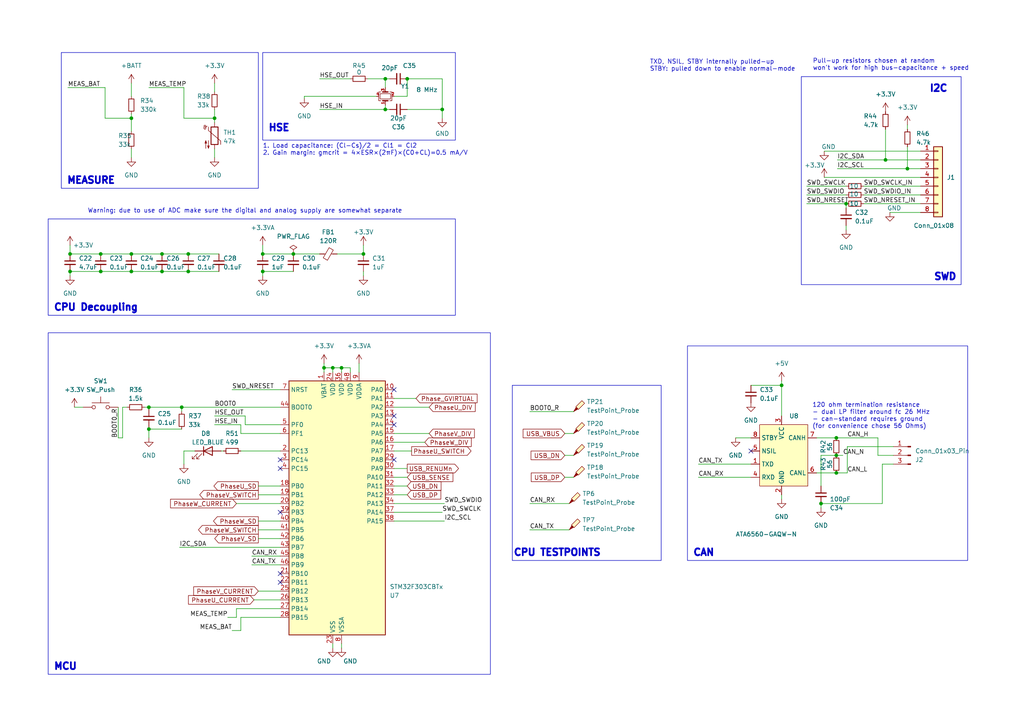
<source format=kicad_sch>
(kicad_sch (version 20231120) (generator "eeschema") (generator_version "8.0")
  (paper "A4")
  (title_block (title "BLDC Driver Project") (rev "1.0") (company "IW"))
  (lib_symbols
    (symbol "Connector:Conn_01x03_Pin" (pin_names (offset 1.016) hide)
      (property "Reference" "J" (at 0 5.08 0))
      (property "Value" "Conn_01x03_Pin" (at 0 -5.08 0))
      (symbol "Conn_01x03_Pin_1_1"
        (pin passive line (at 5.08 2.54 180) (length 3.81) (name "Pin_1") (number "1"))
        (pin passive line (at 5.08 0 180) (length 3.81) (name "Pin_2") (number "2"))
        (pin passive line (at 5.08 -2.54 180) (length 3.81) (name "Pin_3") (number "3"))
      )
    )
    (symbol "Connector:TestPoint_Probe" (pin_numbers hide) (pin_names (offset 0.762) hide)
      (property "Reference" "TP" (at 1.651 5.842 0))
      (property "Value" "TestPoint_Probe" (at 1.651 4.064 0))
      (symbol "TestPoint_Probe_1_1"
        (pin passive line (at 0 0 90) (length 0) (name "1") (number "1"))
      )
    )
    (symbol "Connector_Generic:Conn_01x08" (pin_names (offset 1.016) hide)
      (property "Reference" "J" (at 0 10.16 0))
      (property "Value" "Conn_01x08" (at 0 -12.7 0))
      (symbol "Conn_01x08_1_1"
        (pin passive line (at -5.08 7.62 0) (length 3.81) (name "Pin_1") (number "1"))
        (pin passive line (at -5.08 5.08 0) (length 3.81) (name "Pin_2") (number "2"))
        (pin passive line (at -5.08 2.54 0) (length 3.81) (name "Pin_3") (number "3"))
        (pin passive line (at -5.08 0 0) (length 3.81) (name "Pin_4") (number "4"))
        (pin passive line (at -5.08 -2.54 0) (length 3.81) (name "Pin_5") (number "5"))
        (pin passive line (at -5.08 -5.08 0) (length 3.81) (name "Pin_6") (number "6"))
        (pin passive line (at -5.08 -7.62 0) (length 3.81) (name "Pin_7") (number "7"))
        (pin passive line (at -5.08 -10.16 0) (length 3.81) (name "Pin_8") (number "8"))
      )
    )
    (symbol "Device:C_Small" (pin_numbers hide) (pin_names (offset 0.254) hide)
      (property "Reference" "C" (at 0.254 1.778 0))
      (property "Value" "C_Small" (at 0.254 -2.032 0))
      (symbol "C_Small_1_1"
        (pin passive line (at 0 2.54 270) (length 2.032) (name "~") (number "1"))
        (pin passive line (at 0 -2.54 90) (length 2.032) (name "~") (number "2"))
      )
    )
    (symbol "Device:Crystal_GND24_Small" (pin_names (offset 1.016) hide)
      (property "Reference" "Y" (at 1.27 4.445 0))
      (property "Value" "Crystal_GND24_Small" (at 1.27 2.54 0))
      (symbol "Crystal_GND24_Small_1_1"
        (pin passive line (at -2.54 0 0) (length 1.27) (name "1") (number "1"))
        (pin passive line (at 0 -2.54 90) (length 0.635) (name "2") (number "2"))
        (pin passive line (at 2.54 0 180) (length 1.27) (name "3") (number "3"))
        (pin passive line (at 0 2.54 270) (length 0.635) (name "4") (number "4"))
      )
    )
    (symbol "Device:FerriteBead_Small" (pin_numbers hide) (pin_names (offset 0))
      (property "Reference" "FB" (at 1.905 1.27 0))
      (property "Value" "FerriteBead_Small" (at 1.905 -1.27 0))
      (symbol "FerriteBead_Small_1_1"
        (pin passive line (at 0 2.54 270) (length 1.27) (name "~") (number "1"))
        (pin passive line (at 0 -2.54 90) (length 1.27) (name "~") (number "2"))
      )
    )
    (symbol "Device:LED" (pin_numbers hide) (pin_names (offset 1.016) hide)
      (property "Reference" "D" (at 0 2.54 0))
      (property "Value" "LED" (at 0 -2.54 0))
      (symbol "LED_1_1"
        (pin passive line (at -3.81 0 0) (length 2.54) (name "K") (number "1"))
        (pin passive line (at 3.81 0 180) (length 2.54) (name "A") (number "2"))
      )
    )
    (symbol "Device:R_Small" (pin_numbers hide) (pin_names (offset 0.254) hide)
      (property "Reference" "R" (at 0.762 0.508 0))
      (property "Value" "R_Small" (at 0.762 -1.016 0))
      (symbol "R_Small_1_1"
        (pin passive line (at 0 2.54 270) (length 0.762) (name "~") (number "1"))
        (pin passive line (at 0 -2.54 90) (length 0.762) (name "~") (number "2"))
      )
    )
    (symbol "Device:Thermistor_NTC" (pin_numbers hide) (pin_names (offset 0))
      (property "Reference" "TH" (at -4.445 0 90))
      (property "Value" "Thermistor_NTC" (at 3.175 0 90))
      (symbol "Thermistor_NTC_1_1"
        (pin passive line (at 0 3.81 270) (length 1.27) (name "~") (number "1"))
        (pin passive line (at 0 -3.81 90) (length 1.27) (name "~") (number "2"))
      )
    )
    (symbol "MCU_ST_STM32F3:STM32F303CBTx"
      (property "Reference" "U" (at -12.7 39.37 0))
      (property "Value" "STM32F303CBTx" (at 10.16 39.37 0))
      (symbol "STM32F303CBTx_1_1"
        (pin power_in line (at -2.54 40.64 270) (length 2.54) (name "VBAT") (number "1"))
        (pin bidirectional line (at 17.78 35.56 180) (length 2.54) (name "PA0") (number "10"))
        (pin bidirectional line (at 17.78 33.02 180) (length 2.54) (name "PA1") (number "11"))
        (pin bidirectional line (at 17.78 30.48 180) (length 2.54) (name "PA2") (number "12"))
        (pin bidirectional line (at 17.78 27.94 180) (length 2.54) (name "PA3") (number "13"))
        (pin bidirectional line (at 17.78 25.4 180) (length 2.54) (name "PA4") (number "14"))
        (pin bidirectional line (at 17.78 22.86 180) (length 2.54) (name "PA5") (number "15"))
        (pin bidirectional line (at 17.78 20.32 180) (length 2.54) (name "PA6") (number "16"))
        (pin bidirectional line (at 17.78 17.78 180) (length 2.54) (name "PA7") (number "17"))
        (pin bidirectional line (at -15.24 7.62 0) (length 2.54) (name "PB0") (number "18"))
        (pin bidirectional line (at -15.24 5.08 0) (length 2.54) (name "PB1") (number "19"))
        (pin bidirectional line (at -15.24 17.78 0) (length 2.54) (name "PC13") (number "2"))
        (pin bidirectional line (at -15.24 2.54 0) (length 2.54) (name "PB2") (number "20"))
        (pin bidirectional line (at -15.24 -17.78 0) (length 2.54) (name "PB10") (number "21"))
        (pin bidirectional line (at -15.24 -20.32 0) (length 2.54) (name "PB11") (number "22"))
        (pin power_in line (at 0 -38.1 90) (length 2.54) (name "VSS") (number "23"))
        (pin power_in line (at 0 40.64 270) (length 2.54) (name "VDD") (number "24"))
        (pin bidirectional line (at -15.24 -22.86 0) (length 2.54) (name "PB12") (number "25"))
        (pin bidirectional line (at -15.24 -25.4 0) (length 2.54) (name "PB13") (number "26"))
        (pin bidirectional line (at -15.24 -27.94 0) (length 2.54) (name "PB14") (number "27"))
        (pin bidirectional line (at -15.24 -30.48 0) (length 2.54) (name "PB15") (number "28"))
        (pin bidirectional line (at 17.78 15.24 180) (length 2.54) (name "PA8") (number "29"))
        (pin bidirectional line (at -15.24 15.24 0) (length 2.54) (name "PC14") (number "3"))
        (pin bidirectional line (at 17.78 12.7 180) (length 2.54) (name "PA9") (number "30"))
        (pin bidirectional line (at 17.78 10.16 180) (length 2.54) (name "PA10") (number "31"))
        (pin bidirectional line (at 17.78 7.62 180) (length 2.54) (name "PA11") (number "32"))
        (pin bidirectional line (at 17.78 5.08 180) (length 2.54) (name "PA12") (number "33"))
        (pin bidirectional line (at 17.78 2.54 180) (length 2.54) (name "PA13") (number "34"))
        (pin passive line (at 0 -38.1 90) (length 2.54) hide (name "VSS") (number "35"))
        (pin power_in line (at 2.54 40.64 270) (length 2.54) (name "VDD") (number "36"))
        (pin bidirectional line (at 17.78 0 180) (length 2.54) (name "PA14") (number "37"))
        (pin bidirectional line (at 17.78 -2.54 180) (length 2.54) (name "PA15") (number "38"))
        (pin bidirectional line (at -15.24 0 0) (length 2.54) (name "PB3") (number "39"))
        (pin bidirectional line (at -15.24 12.7 0) (length 2.54) (name "PC15") (number "4"))
        (pin bidirectional line (at -15.24 -2.54 0) (length 2.54) (name "PB4") (number "40"))
        (pin bidirectional line (at -15.24 -5.08 0) (length 2.54) (name "PB5") (number "41"))
        (pin bidirectional line (at -15.24 -7.62 0) (length 2.54) (name "PB6") (number "42"))
        (pin bidirectional line (at -15.24 -10.16 0) (length 2.54) (name "PB7") (number "43"))
        (pin input line (at -15.24 30.48 0) (length 2.54) (name "BOOT0") (number "44"))
        (pin bidirectional line (at -15.24 -12.7 0) (length 2.54) (name "PB8") (number "45"))
        (pin bidirectional line (at -15.24 -15.24 0) (length 2.54) (name "PB9") (number "46"))
        (pin passive line (at 0 -38.1 90) (length 2.54) hide (name "VSS") (number "47"))
        (pin power_in line (at 5.08 40.64 270) (length 2.54) (name "VDD") (number "48"))
        (pin bidirectional line (at -15.24 25.4 0) (length 2.54) (name "PF0") (number "5"))
        (pin bidirectional line (at -15.24 22.86 0) (length 2.54) (name "PF1") (number "6"))
        (pin input line (at -15.24 35.56 0) (length 2.54) (name "NRST") (number "7"))
        (pin power_in line (at 2.54 -38.1 90) (length 2.54) (name "VSSA") (number "8"))
        (pin power_in line (at 7.62 40.64 270) (length 2.54) (name "VDDA") (number "9"))
      )
    )
    (symbol "Switch:SW_Push" (pin_numbers hide) (pin_names (offset 1.016) hide)
      (property "Reference" "SW" (at 1.27 2.54 0))
      (property "Value" "SW_Push" (at 0 -1.524 0))
      (symbol "SW_Push_0_1"
        (pin passive line (at -5.08 0 0) (length 2.54) (name "1") (number "1"))
        (pin passive line (at 5.08 0 180) (length 2.54) (name "2") (number "2"))
      )
    )
    (symbol "bldc:ATA6560"
      (property "Reference" "U" (at -2.54 10.16 0))
      (symbol "ATA6560_1_1"
        (pin input line (at -8.89 -2.54 0) (length 2.54) (name "TXD") (number "1"))
        (pin power_in line (at 0 -11.43 90) (length 2.54) (name "GND") (number "2"))
        (pin power_in line (at 0 11.43 270) (length 2.54) (name "VCC") (number "3"))
        (pin output line (at -8.89 -6.35 0) (length 2.54) (name "RXD") (number "4"))
        (pin input line (at -8.89 1.27 0) (length 2.54) (name "NSIL") (number "5"))
        (pin bidirectional line (at 10.16 -5.08 180) (length 2.54) (name "CANL") (number "6"))
        (pin bidirectional line (at 10.16 5.08 180) (length 2.54) (name "CANH") (number "7"))
        (pin input line (at -8.89 5.08 0) (length 2.54) (name "STBY") (number "8"))
      )
    )
    (symbol "power:+3.3V" (power) (pin_names (offset 0))
      (property "Value" "+3.3V" (at 0 3.556 0))
      (symbol "+3.3V_1_1"
        (pin power_in line (at 0 0 90) (length 0) hide (name "+3.3V") (number "1"))
      )
    )
    (symbol "power:+3.3VA" (power) (pin_names (offset 0))
      (property "Value" "+3.3VA" (at 0 3.556 0))
      (symbol "+3.3VA_1_1"
        (pin power_in line (at 0 0 90) (length 0) hide (name "+3.3VA") (number "1"))
      )
    )
    (symbol "power:+5V" (power) (pin_names (offset 0))
      (property "Value" "+5V" (at 0 3.556 0))
      (symbol "+5V_1_1"
        (pin power_in line (at 0 0 90) (length 0) hide (name "+5V") (number "1"))
      )
    )
    (symbol "power:+BATT" (power) (pin_names (offset 0))
      (property "Value" "+BATT" (at 0 3.556 0))
      (symbol "+BATT_1_1"
        (pin power_in line (at 0 0 90) (length 0) hide (name "+BATT") (number "1"))
      )
    )
    (symbol "power:GND" (power) (pin_names (offset 0))
      (property "Value" "GND" (at 0 -3.81 0))
      (symbol "GND_1_1"
        (pin power_in line (at 0 0 270) (length 0) hide (name "GND") (number "1"))
      )
    )
    (symbol "power:PWR_FLAG" (power) (pin_numbers hide) (pin_names (offset 0) hide)
      (property "Value" "PWR_FLAG" (at 0 3.81 0))
      (symbol "PWR_FLAG_0_0"
        (pin power_out line (at 0 0 90) (length 0) (name "pwr") (number "1"))
      )
    )
  )
  (junction (at 242.57 137.16))
  (junction (at 128.27 31.75))
  (junction (at 111.76 31.75))
  (junction (at 76.2 73.66))
  (junction (at 238.125 146.05))
  (junction (at 245.41 59.08))
  (junction (at 99.06 106.68))
  (junction (at 46.99 78.74))
  (junction (at 52.705 118.11))
  (junction (at 76.2 78.74))
  (junction (at 118.11 22.86))
  (junction (at 38.1 73.66))
  (junction (at 105.41 73.66))
  (junction (at 93.98 106.68))
  (junction (at 46.99 73.66))
  (junction (at 38.1 34.29))
  (junction (at 263.19 48.92))
  (junction (at 20.32 78.74))
  (junction (at 85.09 73.66))
  (junction (at 43.18 118.11))
  (junction (at 29.21 78.74))
  (junction (at 29.21 73.66))
  (junction (at 54.61 78.74))
  (junction (at 20.32 73.66))
  (junction (at 43.18 124.46))
  (junction (at 256.84 46.38))
  (junction (at 226.695 111.76))
  (junction (at 111.76 22.86))
  (junction (at 38.1 78.74))
  (junction (at 62.23 34.29))
  (junction (at 96.52 106.68))
  (junction (at 54.61 73.66))
  (junction (at 242.57 132.08))
  (junction (at 242.57 127))
  (no_connect (at 81.28 148.59))
  (no_connect (at 114.3 120.65))
  (no_connect (at 81.28 133.35))
  (no_connect (at 81.28 166.37))
  (no_connect (at 114.3 133.35))
  (no_connect (at 114.3 113.03))
  (no_connect (at 114.3 123.19))
  (no_connect (at 81.28 168.91))
  (no_connect (at 81.28 135.89))
  (no_connect (at 217.805 130.81))
  (wire (pts (xy 20.32 73.66) (xy 29.21 73.66)))
  (wire (pts (xy 74.93 151.13) (xy 81.28 151.13)))
  (wire (pts (xy 236.855 137.16) (xy 242.57 137.16)))
  (wire (pts (xy 244.475 132.08) (xy 242.57 132.08)))
  (wire (pts (xy 68.58 176.53) (xy 68.58 179.07)))
  (wire (pts (xy 114.3 151.13) (xy 128.905 151.13)))
  (wire (pts (xy 52.07 158.75) (xy 81.28 158.75)))
  (wire (pts (xy 128.27 31.75) (xy 128.27 22.86)))
  (wire (pts (xy 111.76 31.75) (xy 111.76 30.48)))
  (wire (pts (xy 20.32 71.12) (xy 20.32 73.66)))
  (wire (pts (xy 113.03 22.86) (xy 111.76 22.86)))
  (wire (pts (xy 233.98 54) (xy 245.41 54)))
  (wire (pts (xy 76.2 73.66) (xy 85.09 73.66)))
  (wire (pts (xy 114.3 138.43) (xy 118.11 138.43)))
  (wire (pts (xy 96.52 106.68) (xy 99.06 106.68)))
  (wire (pts (xy 242.57 127) (xy 254.635 127)))
  (wire (pts (xy 76.2 78.74) (xy 85.09 78.74)))
  (wire (pts (xy 74.93 153.67) (xy 81.28 153.67)))
  (wire (pts (xy 43.18 118.745) (xy 43.18 118.11)))
  (wire (pts (xy 19.685 25.4) (xy 30.48 25.4)))
  (wire (pts (xy 35.56 118.11) (xy 36.83 118.11)))
  (wire (pts (xy 96.52 187.96) (xy 96.52 186.69)))
  (wire (pts (xy 165.1 146.05) (xy 153.67 146.05)))
  (wire (pts (xy 54.61 73.66) (xy 63.5 73.66)))
  (wire (pts (xy 93.98 106.68) (xy 93.98 107.95)))
  (wire (pts (xy 263.19 42.57) (xy 263.19 48.92)))
  (wire (pts (xy 34.29 127) (xy 34.29 118.11)))
  (wire (pts (xy 73.025 163.83) (xy 81.28 163.83)))
  (wire (pts (xy 114.3 135.89) (xy 118.11 135.89)))
  (wire (pts (xy 99.06 106.68) (xy 99.06 107.95)))
  (wire (pts (xy 20.32 80.01) (xy 20.32 78.74)))
  (wire (pts (xy 43.18 124.46) (xy 52.705 124.46)))
  (wire (pts (xy 238.125 146.05) (xy 255.905 146.05)))
  (wire (pts (xy 68.58 146.05) (xy 81.28 146.05)))
  (wire (pts (xy 118.11 27.94) (xy 118.11 22.86)))
  (wire (pts (xy 54.61 78.74) (xy 63.5 78.74)))
  (wire (pts (xy 245.41 65.43) (xy 245.41 66.7)))
  (wire (pts (xy 68.58 176.53) (xy 81.28 176.53)))
  (wire (pts (xy 62.23 43.18) (xy 62.23 45.72)))
  (wire (pts (xy 202.565 134.62) (xy 217.805 134.62)))
  (wire (pts (xy 88.265 27.94) (xy 88.265 28.575)))
  (wire (pts (xy 256.84 37.49) (xy 256.84 46.38)))
  (wire (pts (xy 46.99 73.66) (xy 54.61 73.66)))
  (wire (pts (xy 62.23 34.29) (xy 53.34 34.29)))
  (wire (pts (xy 30.48 34.29) (xy 30.48 25.4)))
  (wire (pts (xy 254.635 127) (xy 254.635 132.08)))
  (wire (pts (xy 62.23 35.56) (xy 62.23 34.29)))
  (wire (pts (xy 239.06 43.84) (xy 267 43.84)))
  (wire (pts (xy 255.905 134.62) (xy 259.08 134.62)))
  (wire (pts (xy 104.14 105.41) (xy 104.14 107.95)))
  (wire (pts (xy 99.06 106.68) (xy 101.6 106.68)))
  (wire (pts (xy 38.1 78.74) (xy 46.99 78.74)))
  (wire (pts (xy 163.83 125.73) (xy 166.37 125.73)))
  (wire (pts (xy 76.2 71.12) (xy 76.2 73.66)))
  (wire (pts (xy 85.09 73.66) (xy 92.71 73.66)))
  (wire (pts (xy 71.12 120.65) (xy 71.12 123.19)))
  (wire (pts (xy 43.18 25.4) (xy 53.34 25.4)))
  (wire (pts (xy 93.98 106.68) (xy 96.52 106.68)))
  (wire (pts (xy 114.3 143.51) (xy 118.11 143.51)))
  (wire (pts (xy 255.905 146.05) (xy 255.905 134.62)))
  (wire (pts (xy 113.03 31.75) (xy 111.76 31.75)))
  (wire (pts (xy 46.99 78.74) (xy 54.61 78.74)))
  (wire (pts (xy 38.1 34.29) (xy 38.1 38.1)))
  (wire (pts (xy 242.87 48.92) (xy 263.19 48.92)))
  (wire (pts (xy 250.49 54) (xy 267 54)))
  (wire (pts (xy 64.77 130.81) (xy 64.135 130.81)))
  (wire (pts (xy 202.565 138.43) (xy 217.805 138.43)))
  (wire (pts (xy 233.98 56.54) (xy 245.41 56.54)))
  (wire (pts (xy 38.1 33.02) (xy 38.1 34.29)))
  (wire (pts (xy 267 51.46) (xy 239.06 51.46)))
  (wire (pts (xy 29.21 78.74) (xy 38.1 78.74)))
  (wire (pts (xy 62.23 24.13) (xy 62.23 26.67)))
  (wire (pts (xy 38.1 43.18) (xy 38.1 45.72)))
  (wire (pts (xy 52.705 118.11) (xy 81.28 118.11)))
  (wire (pts (xy 242.87 46.38) (xy 256.84 46.38)))
  (wire (pts (xy 38.1 34.29) (xy 30.48 34.29)))
  (wire (pts (xy 213.36 127) (xy 217.805 127)))
  (wire (pts (xy 163.83 132.08) (xy 166.37 132.08)))
  (wire (pts (xy 74.93 140.97) (xy 81.28 140.97)))
  (wire (pts (xy 67.31 113.03) (xy 81.28 113.03)))
  (wire (pts (xy 254.635 132.08) (xy 259.08 132.08)))
  (wire (pts (xy 35.56 127) (xy 35.56 118.11)))
  (wire (pts (xy 114.3 128.27) (xy 123.19 128.27)))
  (wire (pts (xy 20.32 78.74) (xy 29.21 78.74)))
  (wire (pts (xy 43.18 118.11) (xy 52.705 118.11)))
  (wire (pts (xy 114.3 118.11) (xy 124.46 118.11)))
  (wire (pts (xy 53.34 130.81) (xy 56.515 130.81)))
  (wire (pts (xy 93.98 105.41) (xy 93.98 106.68)))
  (wire (pts (xy 114.3 125.73) (xy 124.46 125.73)))
  (wire (pts (xy 114.3 130.81) (xy 119.38 130.81)))
  (wire (pts (xy 250.49 56.54) (xy 267 56.54)))
  (wire (pts (xy 73.025 161.29) (xy 81.28 161.29)))
  (wire (pts (xy 128.27 22.86) (xy 118.11 22.86)))
  (wire (pts (xy 256.84 46.38) (xy 267 46.38)))
  (wire (pts (xy 38.1 73.66) (xy 46.99 73.66)))
  (wire (pts (xy 69.85 179.07) (xy 69.85 182.88)))
  (wire (pts (xy 96.52 106.68) (xy 96.52 107.95)))
  (wire (pts (xy 53.34 134.62) (xy 53.34 130.81)))
  (wire (pts (xy 118.11 31.75) (xy 128.27 31.75)))
  (wire (pts (xy 53.34 25.4) (xy 53.34 34.29)))
  (wire (pts (xy 101.6 106.68) (xy 101.6 107.95)))
  (wire (pts (xy 226.695 111.76) (xy 226.695 120.65)))
  (wire (pts (xy 38.1 24.13) (xy 38.1 27.94)))
  (wire (pts (xy 99.06 187.96) (xy 99.06 186.69)))
  (wire (pts (xy 71.12 123.19) (xy 81.28 123.19)))
  (wire (pts (xy 69.85 182.88) (xy 67.31 182.88)))
  (wire (pts (xy 163.83 138.43) (xy 166.37 138.43)))
  (wire (pts (xy 34.29 127) (xy 35.56 127)))
  (wire (pts (xy 111.76 31.75) (xy 92.71 31.75)))
  (wire (pts (xy 29.21 73.66) (xy 38.1 73.66)))
  (wire (pts (xy 62.23 123.19) (xy 69.85 123.19)))
  (wire (pts (xy 245.745 129.54) (xy 245.745 137.16)))
  (wire (pts (xy 43.18 123.825) (xy 43.18 124.46)))
  (wire (pts (xy 128.27 34.29) (xy 128.27 31.75)))
  (wire (pts (xy 69.85 130.81) (xy 81.28 130.81)))
  (wire (pts (xy 68.58 179.07) (xy 66.04 179.07)))
  (wire (pts (xy 114.3 27.94) (xy 118.11 27.94)))
  (wire (pts (xy 69.85 179.07) (xy 81.28 179.07)))
  (wire (pts (xy 52.705 118.11) (xy 52.705 119.38)))
  (wire (pts (xy 236.855 127) (xy 242.57 127)))
  (wire (pts (xy 114.3 146.05) (xy 128.905 146.05)))
  (wire (pts (xy 242.57 137.16) (xy 245.745 137.16)))
  (wire (pts (xy 250.49 59.08) (xy 267 59.08)))
  (wire (pts (xy 43.18 127) (xy 43.18 124.46)))
  (wire (pts (xy 74.93 171.45) (xy 81.28 171.45)))
  (wire (pts (xy 267 61.62) (xy 258.11 61.62)))
  (wire (pts (xy 238.125 132.08) (xy 238.125 140.97)))
  (wire (pts (xy 41.91 118.11) (xy 43.18 118.11)))
  (wire (pts (xy 226.695 143.51) (xy 226.695 144.78)))
  (wire (pts (xy 165.1 153.67) (xy 153.67 153.67)))
  (wire (pts (xy 62.23 31.75) (xy 62.23 34.29)))
  (wire (pts (xy 73.66 173.99) (xy 81.28 173.99)))
  (wire (pts (xy 21.59 118.11) (xy 24.13 118.11)))
  (wire (pts (xy 88.265 27.94) (xy 109.22 27.94)))
  (wire (pts (xy 263.19 37.49) (xy 263.19 36.22)))
  (wire (pts (xy 245.745 129.54) (xy 259.08 129.54)))
  (wire (pts (xy 226.695 110.49) (xy 226.695 111.76)))
  (wire (pts (xy 114.3 148.59) (xy 128.27 148.59)))
  (wire (pts (xy 76.2 80.01) (xy 76.2 78.74)))
  (wire (pts (xy 217.805 111.76) (xy 226.695 111.76)))
  (wire (pts (xy 97.79 73.66) (xy 105.41 73.66)))
  (wire (pts (xy 69.85 125.73) (xy 81.28 125.73)))
  (wire (pts (xy 62.23 120.65) (xy 71.12 120.65)))
  (wire (pts (xy 153.67 119.38) (xy 166.37 119.38)))
  (wire (pts (xy 114.3 140.97) (xy 118.11 140.97)))
  (wire (pts (xy 74.93 143.51) (xy 81.28 143.51)))
  (wire (pts (xy 111.76 22.86) (xy 106.68 22.86)))
  (wire (pts (xy 114.3 115.57) (xy 120.65 115.57)))
  (wire (pts (xy 233.98 59.08) (xy 245.41 59.08)))
  (wire (pts (xy 238.125 132.08) (xy 242.57 132.08)))
  (wire (pts (xy 105.41 71.12) (xy 105.41 73.66)))
  (wire (pts (xy 111.76 25.4) (xy 111.76 22.86)))
  (wire (pts (xy 245.41 59.08) (xy 245.41 60.35)))
  (wire (pts (xy 69.85 123.19) (xy 69.85 125.73)))
  (wire (pts (xy 263.19 48.92) (xy 267 48.92)))
  (wire (pts (xy 238.125 147.32) (xy 238.125 146.05)))
  (wire (pts (xy 74.93 156.21) (xy 81.28 156.21)))
  (wire (pts (xy 92.71 22.86) (xy 101.6 22.86)))
  (wire (pts (xy 105.41 78.74) (xy 105.41 80.01)))
  (rectangle (start 13.97 96.52) (end 142.24 195.58))
  (rectangle (start 17.78 15.24) (end 74.93 54.61))
  (rectangle (start 76.2 15.24) (end 132.08 40.64))
  (rectangle (start 232.41 22.225) (end 278.765 82.55))
  (rectangle (start 13.97 63.5) (end 132.08 91.44))
  (rectangle (start 199.39 100.33) (end 280.67 162.56))
  (rectangle (start 148.59 111.76) (end 191.77 162.56))
  (text_box "MEASURE\n\n" (at 17.78 49.53 0) (size 10.16 5.08) (stroke (width -0.0001)) (effects (font (size 2 2) (thickness 2) (bold yes)) (justify left top)))
  (text_box "HSE\n" (at 76.2 34.29 0) (size 10.16 5.08) (stroke (width -0.0001)) (effects (font (size 2 2) (thickness 2) (bold yes)) (justify left top)))
  (text_box "MCU" (at 13.97 190.5 0) (size 20.32 5.08) (stroke (width -0.0001)) (effects (font (size 2 2) (thickness 2) (bold yes)) (justify left top)))
  (text_box "CPU Decoupling\n" (at 13.97 86.36 0) (size 35.56 5.08) (stroke (width -0.0001)) (effects (font (size 2 2) (thickness 2) (bold yes)) (justify left top)))
  (text_box "SWD\n" (at 269.24 77.47 0) (size 10.16 6.35) (stroke (width -0.0001)) (effects (font (size 2 2) (thickness 2) (bold yes)) (justify left top)))
  (text_box "CPU TESTPOINTS" (at 147.32 157.48 0) (size 43.18 5.08) (stroke (width -0.0001)) (effects (font (size 2 2) (thickness 2) (bold yes)) (justify left top)))
  (text_box "I2C\n" (at 267.97 22.86 0) (size 10.16 5.08) (stroke (width -0.0001)) (effects (font (size 2 2) (thickness 2) (bold yes)) (justify left top)))
  (text_box "CAN\n\n" (at 199.39 157.48 0) (size 10.16 5.08) (stroke (width -0.0001)) (effects (font (size 2 2) (thickness 2) (bold yes)) (justify left top)))
  (text "TXD, NSIL, STBY internally pulled-up\nSTBY: pulled down to enable normal-mode" (at 188.468 20.828 0) (effects (font (size 1.27 1.27)) (justify left bottom)))
  (text "Pull-up resistors chosen at random\nwon't work for high bus-capacitance + speed" (at 235.712 20.574 0) (effects (font (size 1.27 1.27)) (justify left bottom)))
  (text "1. Load capacitance: (Cl-Cs)/2 = Cl1 = Cl2\n2. Gain margin: gmcrit = 4×ESR×(2πF)×(C0+CL)=0.5 mA/V" (at 76.2 45.212 0) (effects (font (size 1.27 1.27)) (justify left bottom)))
  (text "Warning: due to use of ADC make sure the digital and analog supply are somewhat separate\n" (at 25.4 61.976 0) (effects (font (size 1.27 1.27)) (justify left bottom)))
  (text "120 ohm termination resistance\n- dual LP filter around fc 26 MHz\n- can-standard requires ground\n(for convenience chose 56 Ohms)" (at 235.585 124.46 0) (effects (font (size 1.27 1.27)) (justify left bottom)))
  (label "BOOT0_R" (at 34.29 127 90))
  (label "CAN_L" (at 245.745 137.16 0))
  (label "CAN_N" (at 244.475 132.08 0))
  (label "CAN_H" (at 245.745 127 0))
  (label "HSE_OUT" (at 62.23 120.65 0))
  (label "HSE_IN" (at 92.71 31.75 0))
  (label "SWD_SWDIO" (at 128.905 146.05 0))
  (label "CAN_RX" (at 202.565 138.43 0))
  (label "SWD_SWDIO_IN" (at 250.49 56.54 0))
  (label "I2C_SCL" (at 242.87 48.92 0))
  (label "MEAS_TEMP" (at 66.04 179.07 180))
  (label "SWD_NRESET" (at 233.98 59.08 0))
  (label "CAN_TX" (at 73.025 163.83 0))
  (label "I2C_SDA" (at 242.87 46.38 0))
  (label "SWD_SWCLK" (at 128.27 148.59 0))
  (label "SWD_NRESET" (at 67.31 113.03 0))
  (label "I2C_SDA" (at 52.07 158.75 0))
  (label "CAN_RX" (at 153.67 146.05 0))
  (label "MEAS_TEMP" (at 43.18 25.4 0))
  (label "MEAS_BAT" (at 67.31 182.88 180))
  (label "CAN_TX" (at 202.565 134.62 0))
  (label "BOOT0_R" (at 153.67 119.38 0))
  (label "MEAS_BAT" (at 19.685 25.4 0))
  (label "HSE_OUT" (at 92.71 22.86 0))
  (label "HSE_IN" (at 62.23 123.19 0))
  (label "SWD_NRESET_IN" (at 250.49 59.08 0))
  (label "SWD_SWCLK_IN" (at 250.49 54 0))
  (label "CAN_RX" (at 73.025 161.29 0))
  (label "BOOT0" (at 62.23 118.11 0))
  (label "CAN_TX" (at 153.67 153.67 0))
  (label "SWD_SWCLK" (at 233.98 54 0))
  (label "I2C_SCL" (at 128.905 151.13 0))
  (label "SWD_SWDIO" (at 233.98 56.54 0))
  (global_label "USB_DN" (shape input) (at 163.83 132.08 180) (property "Intersheetrefs" "${INTERSHEET_REFS}" (effects (hide yes))))
  (global_label "USB_VBUS" (shape input) (at 163.83 125.73 180) (property "Intersheetrefs" "${INTERSHEET_REFS}" (effects (hide yes))))
  (global_label "PhaseW_SD" (shape output) (at 74.93 151.13 180) (property "Intersheetrefs" "${INTERSHEET_REFS}" (effects (hide yes))))
  (global_label "PhaseU_CURRENT" (shape input) (at 73.66 173.99 180) (property "Intersheetrefs" "${INTERSHEET_REFS}" (effects (hide yes))))
  (global_label "PhaseV_CURRENT" (shape input) (at 74.93 171.45 180) (property "Intersheetrefs" "${INTERSHEET_REFS}" (effects (hide yes))))
  (global_label "USB_DN" (shape input) (at 118.11 140.97 0) (property "Intersheetrefs" "${INTERSHEET_REFS}" (effects (hide yes))))
  (global_label "PhaseW_CURRENT" (shape input) (at 68.58 146.05 180) (property "Intersheetrefs" "${INTERSHEET_REFS}" (effects (hide yes))))
  (global_label "USB_DP" (shape input) (at 118.11 143.51 0) (property "Intersheetrefs" "${INTERSHEET_REFS}" (effects (hide yes))))
  (global_label "Phase_GVIRTUAL" (shape input) (at 120.65 115.57 0) (property "Intersheetrefs" "${INTERSHEET_REFS}" (effects (hide yes))))
  (global_label "PhaseU_SD" (shape output) (at 74.93 140.97 180) (property "Intersheetrefs" "${INTERSHEET_REFS}" (effects (hide yes))))
  (global_label "PhaseV_DIV" (shape input) (at 124.46 125.73 0) (property "Intersheetrefs" "${INTERSHEET_REFS}" (effects (hide yes))))
  (global_label "PhaseW_SWITCH" (shape output) (at 74.93 153.67 180) (property "Intersheetrefs" "${INTERSHEET_REFS}" (effects (hide yes))))
  (global_label "PhaseV_SWITCH" (shape output) (at 74.93 143.51 180) (property "Intersheetrefs" "${INTERSHEET_REFS}" (effects (hide yes))))
  (global_label "USB_RENUMn" (shape output) (at 118.11 135.89 0) (property "Intersheetrefs" "${INTERSHEET_REFS}" (effects (hide yes))))
  (global_label "PhaseV_SD" (shape output) (at 74.93 156.21 180) (property "Intersheetrefs" "${INTERSHEET_REFS}" (effects (hide yes))))
  (global_label "USB_SENSE" (shape input) (at 118.11 138.43 0) (property "Intersheetrefs" "${INTERSHEET_REFS}" (effects (hide yes))))
  (global_label "PhaseU_DIV" (shape input) (at 124.46 118.11 0) (property "Intersheetrefs" "${INTERSHEET_REFS}" (effects (hide yes))))
  (global_label "USB_DP" (shape input) (at 163.83 138.43 180) (property "Intersheetrefs" "${INTERSHEET_REFS}" (effects (hide yes))))
  (global_label "PhaseW_DIV" (shape input) (at 123.19 128.27 0) (property "Intersheetrefs" "${INTERSHEET_REFS}" (effects (hide yes))))
  (global_label "PhaseU_SWITCH" (shape output) (at 119.38 130.81 0) (property "Intersheetrefs" "${INTERSHEET_REFS}" (effects (hide yes))))
  (symbol (lib_id "Device:C_Small") (at 115.57 22.86 270) (unit 1)
    (property "Reference" "C35" (at 118.745 19.05 90))
    (property "Value" "20pF" (at 113.03 19.685 90))
    (property "Footprint" "Capacitor_SMD:C_0603_1608Metric" (effects (hide yes)))
    (property "Datasheet" "https://wmsc.lcsc.com/wmsc/upload/file/pdf/v2/lcsc/2304140030_Samsung-Electro-Mechanics-CL10C040CB8NNNC_C307494.pdf" (effects (hide yes)))
    (property "Manufacturing part number" "CL10C200JB81PNC" (effects (hide yes)))
    (property "LCSC Part Number" "C346210" (effects (hide yes)))
  )
  (symbol (lib_id "Switch:SW_Push") (at 29.21 118.11 0) (unit 1)
    (property "Reference" "SW1" (at 29.21 110.49 0))
    (property "Value" "SW_Push" (at 29.21 113.03 0))
    (property "Footprint" "bldc:TS-1088_w4.00xD3.00" (effects (hide yes)))
    (property "Datasheet" "https://wmsc.lcsc.com/wmsc/upload/file/pdf/v2/lcsc/2304140030_XUNPU-TS-1088-AR02016_C720477.pdf" (effects (hide yes)))
    (property "Manufacturing part number" "TS-1088-AR02016 " (effects (hide yes)))
    (property "LCSC Part Number" "C720477" (effects (hide yes)))
  )
  (symbol (lib_id "Device:C_Small") (at 245.41 62.89 0) (unit 1)
    (property "Reference" "C32" (at 247.95 61.6263 0) (effects (justify left)))
    (property "Value" "0.1uF" (at 247.95 64.1663 0) (effects (justify left)))
    (property "Footprint" "Capacitor_SMD:C_0402_1005Metric" (effects (hide yes)))
    (property "Datasheet" "https://wmsc.lcsc.com/wmsc/upload/file/pdf/v2/lcsc/2304140030_Samsung-Electro-Mechanics-CL05B104KB54PNC_C307331.pdf" (effects (hide yes)))
    (property "Manufacturing part number" "CL05B104KB54PNC" (effects (hide yes)))
    (property "LCSC Part Number" "C307331" (effects (hide yes)))
  )
  (symbol (lib_id "power:GND") (at 245.41 66.7 0) (unit 1)
    (property "Reference" "#PWR045" (effects (hide yes)))
    (property "Value" "GND" (at 245.41 71.78 0))
  )
  (symbol (lib_id "Device:C_Small") (at 29.21 76.2 0) (unit 1)
    (property "Reference" "C23" (at 31.75 74.9363 0) (effects (justify left)))
    (property "Value" "0.1uF" (at 31.75 77.4763 0) (effects (justify left)))
    (property "Footprint" "Capacitor_SMD:C_0402_1005Metric" (effects (hide yes)))
    (property "Datasheet" "https://wmsc.lcsc.com/wmsc/upload/file/pdf/v2/lcsc/2304140030_Samsung-Electro-Mechanics-CL05B104KB54PNC_C307331.pdf" (effects (hide yes)))
    (property "Manufacturing part number" "CL05B104KB54PNC" (effects (hide yes)))
    (property "LCSC Part Number" "C307331" (effects (hide yes)))
  )
  (symbol (lib_id "Connector:TestPoint_Probe") (at 166.37 132.08 0) (unit 1)
    (property "Reference" "TP19" (at 170.18 129.2225 0) (effects (justify left)))
    (property "Value" "TestPoint_Probe" (at 170.18 131.7625 0) (effects (justify left)))
    (property "Footprint" "bldc:TestPoint_THTPad_D1.0mm_Drill0.5mm" (effects (hide yes)))
  )
  (symbol (lib_id "power:GND") (at 38.1 45.72 0) (unit 1)
    (property "Reference" "#PWR033" (effects (hide yes)))
    (property "Value" "GND" (at 38.1 50.8 0))
  )
  (symbol (lib_id "Device:R_Small") (at 247.95 54 90) (unit 1)
    (property "Reference" "R57" (effects (hide yes)))
    (property "Value" "10" (at 247.696 54 90))
    (property "Footprint" "Resistor_SMD:R_0402_1005Metric" (effects (hide yes)))
    (property "Datasheet" "https://wmsc.lcsc.com/wmsc/upload/file/pdf/v2/lcsc/2205311900_UNI-ROYAL-Uniroyal-Elec-0402WGF100JTCE_C25077.pdf" (effects (hide yes)))
    (property "Manufacturing part number" "0402WGF100JTCE" (effects (hide yes)))
    (property "LCSC Part Number" "C25077" (effects (hide yes)))
  )
  (symbol (lib_id "Device:R_Small") (at 242.57 129.54 180) (unit 1)
    (property "Reference" "R42" (at 238.76 129.54 90))
    (property "Value" "56" (at 240.665 129.54 90))
    (property "Footprint" "Resistor_SMD:R_0603_1608Metric" (effects (hide yes)))
    (property "Datasheet" "https://wmsc.lcsc.com/wmsc/upload/file/pdf/v2/lcsc/2205312216_UNI-ROYAL-Uniroyal-Elec-0603WAD560JT5E_C423025.pdf" (effects (hide yes)))
    (property "Manufacturing part number" "0603WAD560JT5E" (effects (hide yes)))
    (property "LCSC Part Number" "C423025" (effects (hide yes)))
  )
  (symbol (lib_id "Device:Crystal_GND24_Small") (at 111.76 27.94 90) (unit 1)
    (property "Reference" "Y1" (at 117.475 25.0257 90))
    (property "Value" "8 MHz" (at 123.825 26.035 90))
    (property "Footprint" "Crystal:Crystal_SMD_3225-4Pin_3.2x2.5mm" (effects (hide yes)))
    (property "Datasheet" "https://wmsc.lcsc.com/wmsc/upload/file/pdf/v2/lcsc/1912111437_XTY-7325-0800A2010-00_C389817.pdf" (effects (hide yes)))
    (property "Manufacturing part number" "7325-0800A2010-00" (effects (hide yes)))
    (property "LCSC Part Number" "C389817" (effects (hide yes)))
  )
  (symbol (lib_id "power:GND") (at 99.06 187.96 0) (unit 1)
    (property "Reference" "#PWR041" (effects (hide yes)))
    (property "Value" "GND" (at 101.6 191.77 0))
  )
  (symbol (lib_id "Device:R_Small") (at 247.95 59.08 90) (unit 1)
    (property "Reference" "R41" (effects (hide yes)))
    (property "Value" "10" (at 247.696 59.08 90))
    (property "Footprint" "Resistor_SMD:R_0402_1005Metric" (effects (hide yes)))
    (property "Datasheet" "https://wmsc.lcsc.com/wmsc/upload/file/pdf/v2/lcsc/2205311900_UNI-ROYAL-Uniroyal-Elec-0402WGF100JTCE_C25077.pdf" (effects (hide yes)))
    (property "Manufacturing part number" "0402WGF100JTCE" (effects (hide yes)))
    (property "LCSC Part Number" "C25077" (effects (hide yes)))
  )
  (symbol (lib_id "power:GND") (at 213.36 127 0) (unit 1)
    (property "Reference" "#PWR048" (effects (hide yes)))
    (property "Value" "GND" (at 213.36 132.08 0))
  )
  (symbol (lib_id "power:GND") (at 96.52 187.96 0) (unit 1)
    (property "Reference" "#PWR040" (effects (hide yes)))
    (property "Value" "GND" (at 93.98 191.77 0))
  )
  (symbol (lib_id "power:+3.3V") (at 93.98 105.41 0) (unit 1)
    (property "Reference" "#PWR039" (effects (hide yes)))
    (property "Value" "+3.3V" (at 93.98 100.33 0))
  )
  (symbol (lib_id "power:GND") (at 43.18 127 0) (unit 1)
    (property "Reference" "#PWR034" (effects (hide yes)))
    (property "Value" "GND" (at 43.18 132.08 0))
  )
  (symbol (lib_id "power:+5V") (at 226.695 110.49 0) (unit 1)
    (property "Reference" "#PWR050" (effects (hide yes)))
    (property "Value" "+5V" (at 226.695 105.41 0))
  )
  (symbol (lib_id "Device:C_Small") (at 63.5 76.2 0) (unit 1)
    (property "Reference" "C28" (at 64.77 74.93 0) (effects (justify left)))
    (property "Value" "0.1uF" (at 64.77 77.47 0) (effects (justify left)))
    (property "Footprint" "Capacitor_SMD:C_0402_1005Metric" (effects (hide yes)))
    (property "Datasheet" "https://wmsc.lcsc.com/wmsc/upload/file/pdf/v2/lcsc/2304140030_Samsung-Electro-Mechanics-CL05B104KB54PNC_C307331.pdf" (effects (hide yes)))
    (property "Manufacturing part number" "CL05B104KB54PNC" (effects (hide yes)))
    (property "LCSC Part Number" "C307331" (effects (hide yes)))
  )
  (symbol (lib_id "Connector:TestPoint_Probe") (at 165.1 153.67 0) (unit 1)
    (property "Reference" "TP7" (at 168.91 150.8125 0) (effects (justify left)))
    (property "Value" "TestPoint_Probe" (at 168.91 153.3525 0) (effects (justify left)))
    (property "Footprint" "bldc:TestPoint_THTPad_D1.0mm_Drill0.5mm" (effects (hide yes)))
  )
  (symbol (lib_id "Device:C_Small") (at 217.805 114.3 0) (unit 1)
    (property "Reference" "C33" (at 220.345 113.0363 0) (effects (justify left)))
    (property "Value" "0.1uF" (at 220.345 115.5763 0) (effects (justify left)))
    (property "Footprint" "Capacitor_SMD:C_0402_1005Metric" (effects (hide yes)))
    (property "Datasheet" "https://wmsc.lcsc.com/wmsc/upload/file/pdf/v2/lcsc/2304140030_Samsung-Electro-Mechanics-CL05B104KB54PNC_C307331.pdf" (effects (hide yes)))
    (property "Manufacturing part number" "CL05B104KB54PNC" (effects (hide yes)))
    (property "LCSC Part Number" "C307331" (effects (hide yes)))
  )
  (symbol (lib_id "power:GND") (at 238.125 147.32 0) (unit 1)
    (property "Reference" "#PWR052" (effects (hide yes)))
    (property "Value" "GND" (at 238.125 152.4 0))
  )
  (symbol (lib_id "Device:C_Small") (at 38.1 76.2 0) (unit 1)
    (property "Reference" "C24" (at 40.64 74.9363 0) (effects (justify left)))
    (property "Value" "0.1uF" (at 40.64 77.4763 0) (effects (justify left)))
    (property "Footprint" "Capacitor_SMD:C_0402_1005Metric" (effects (hide yes)))
    (property "Datasheet" "https://wmsc.lcsc.com/wmsc/upload/file/pdf/v2/lcsc/2304140030_Samsung-Electro-Mechanics-CL05B104KB54PNC_C307331.pdf" (effects (hide yes)))
    (property "Manufacturing part number" "CL05B104KB54PNC" (effects (hide yes)))
    (property "LCSC Part Number" "C307331" (effects (hide yes)))
  )
  (symbol (lib_id "Device:C_Small") (at 43.18 121.285 0) (unit 1)
    (property "Reference" "C25" (at 45.72 120.0213 0) (effects (justify left)))
    (property "Value" "0.1uF" (at 45.72 122.5613 0) (effects (justify left)))
    (property "Footprint" "Capacitor_SMD:C_0402_1005Metric" (effects (hide yes)))
    (property "Datasheet" "https://wmsc.lcsc.com/wmsc/upload/file/pdf/v2/lcsc/2304140030_Samsung-Electro-Mechanics-CL05B104KB54PNC_C307331.pdf" (effects (hide yes)))
    (property "Manufacturing part number" "CL05B104KB54PNC" (effects (hide yes)))
    (property "LCSC Part Number" "C307331" (effects (hide yes)))
  )
  (symbol (lib_id "Device:C_Small") (at 20.32 76.2 0) (unit 1)
    (property "Reference" "C22" (at 22.86 74.93 0) (effects (justify left)))
    (property "Value" "4.7uF" (at 22.86 77.47 0) (effects (justify left)))
    (property "Footprint" "Capacitor_SMD:C_0603_1608Metric" (effects (hide yes)))
    (property "Datasheet" "https://wmsc.lcsc.com/wmsc/upload/file/pdf/v2/lcsc/2304140030_Samsung-Electro-Mechanics-CL10A475KO8NNNC_C19666.pdf" (effects (hide yes)))
    (property "Manufacturing part number" "CL10A475KO8NNNC" (effects (hide yes)))
    (property "LCSC Part Number" "C19666" (effects (hide yes)))
  )
  (symbol (lib_id "Device:R_Small") (at 38.1 40.64 180) (unit 1)
    (property "Reference" "R35" (at 34.29 39.37 0) (effects (justify right)))
    (property "Value" "33k" (at 34.29 41.91 0) (effects (justify right)))
    (property "Footprint" "Resistor_SMD:R_0603_1608Metric" (effects (hide yes)))
    (property "Datasheet" "https://wmsc.lcsc.com/wmsc/upload/file/pdf/v2/lcsc/2206010230_UNI-ROYAL-Uniroyal-Elec-0603WAF3302T5E_C4216.pdf" (effects (hide yes)))
    (property "Manufacturing part number" "0603WAF3302T5E" (effects (hide yes)))
    (property "LCSC Part Number" "C4216" (effects (hide yes)))
  )
  (symbol (lib_id "power:GND") (at 239.06 43.84 0) (unit 1)
    (property "Reference" "#PWR091" (effects (hide yes)))
    (property "Value" "GND" (at 242.362 42.57 0) (effects (justify right)))
  )
  (symbol (lib_id "power:+3.3V") (at 105.41 71.12 0) (unit 1)
    (property "Reference" "#PWR043" (effects (hide yes)))
    (property "Value" "+3.3V" (at 105.41 67.31 0))
  )
  (symbol (lib_id "Device:R_Small") (at 62.23 29.21 180) (unit 1)
    (property "Reference" "R38" (at 57.15 27.94 0) (effects (justify right)))
    (property "Value" "33k" (at 57.15 30.48 0) (effects (justify right)))
    (property "Footprint" "Resistor_SMD:R_0603_1608Metric" (effects (hide yes)))
    (property "Datasheet" "https://wmsc.lcsc.com/wmsc/upload/file/pdf/v2/lcsc/2206010230_UNI-ROYAL-Uniroyal-Elec-0603WAF3302T5E_C4216.pdf" (effects (hide yes)))
    (property "Manufacturing part number" "0603WAF3302T5E" (effects (hide yes)))
    (property "LCSC Part Number" "C4216" (effects (hide yes)))
  )
  (symbol (lib_id "power:+3.3VA") (at 76.2 71.12 0) (unit 1)
    (property "Reference" "#PWR037" (effects (hide yes)))
    (property "Value" "+3.3VA" (at 76.2 66.04 0))
  )
  (symbol (lib_id "power:GND") (at 20.32 80.01 0) (unit 1)
    (property "Reference" "#PWR030" (effects (hide yes)))
    (property "Value" "GND" (at 20.32 85.09 0))
  )
  (symbol (lib_id "Device:C_Small") (at 238.125 143.51 0) (unit 1)
    (property "Reference" "C34" (at 240.665 147.32 0) (effects (justify left)))
    (property "Value" "100pF" (at 240.665 144.78 0) (effects (justify left)))
    (property "Footprint" "Capacitor_SMD:C_0603_1608Metric" (effects (hide yes)))
    (property "Datasheet" "https://wmsc.lcsc.com/wmsc/upload/file/pdf/v2/lcsc/2304140030_Samsung-Electro-Mechanics-CL10C101JB8NNNC_C14858.pdf" (effects (hide yes)))
    (property "Manufacturing part number" "CL10C101JB8NNNC" (effects (hide yes)))
    (property "LCSC Part Number" "C14858" (effects (hide yes)))
  )
  (symbol (lib_id "power:GND") (at 217.805 116.84 0) (unit 1)
    (property "Reference" "#PWR049" (effects (hide yes)))
    (property "Value" "GND" (at 217.805 121.92 0))
  )
  (symbol (lib_id "power:GND") (at 62.23 45.72 0) (unit 1)
    (property "Reference" "#PWR036" (effects (hide yes)))
    (property "Value" "GND" (at 62.23 50.8 0))
  )
  (symbol (lib_id "bldc:ATA6560") (at 226.695 132.08 0) (unit 1)
    (property "Reference" "U8" (at 228.8891 120.65 0) (effects (justify left)))
    (property "Value" "ATA6560-GAQW-N" (at 222.25 154.94 0))
    (property "Footprint" "bldc:SOIC-8-N8_3.9x4.9mm_P1.27mm" (effects (hide yes)))
    (property "Datasheet" "https://wmsc.lcsc.com/wmsc/upload/file/pdf/v2/lcsc/2202131800_Microchip-Tech-ATA6560-GAQW-N_C2671262.pdf" (effects (hide yes)))
    (property "Manufacturing part number" "ATA6560-GAQW-N" (effects (hide yes)))
    (property "LCSC Part Number" "C2671262" (effects (hide yes)))
  )
  (symbol (lib_id "power:GND") (at 128.27 34.29 0) (unit 1)
    (property "Reference" "#PWR057" (effects (hide yes)))
    (property "Value" "GND" (at 128.27 38.735 0))
  )
  (symbol (lib_id "Connector:TestPoint_Probe") (at 166.37 138.43 0) (unit 1)
    (property "Reference" "TP18" (at 170.18 135.5725 0) (effects (justify left)))
    (property "Value" "TestPoint_Probe" (at 170.18 138.1125 0) (effects (justify left)))
    (property "Footprint" "bldc:TestPoint_THTPad_D1.0mm_Drill0.5mm" (effects (hide yes)))
  )
  (symbol (lib_id "Device:R_Small") (at 52.705 121.92 0) (unit 1)
    (property "Reference" "R37" (at 54.61 120.65 0) (effects (justify left)))
    (property "Value" "33k" (at 54.61 123.19 0) (effects (justify left)))
    (property "Footprint" "Resistor_SMD:R_0603_1608Metric" (effects (hide yes)))
    (property "Datasheet" "https://wmsc.lcsc.com/wmsc/upload/file/pdf/v2/lcsc/2206010230_UNI-ROYAL-Uniroyal-Elec-0603WAF3302T5E_C4216.pdf" (effects (hide yes)))
    (property "Manufacturing part number" "0603WAF3302T5E" (effects (hide yes)))
    (property "LCSC Part Number" "C4216" (effects (hide yes)))
  )
  (symbol (lib_id "Device:Thermistor_NTC") (at 62.23 39.37 0) (unit 1)
    (property "Reference" "TH1" (at 64.77 38.4175 0) (effects (justify left)))
    (property "Value" "47k" (at 64.77 40.9575 0) (effects (justify left)))
    (property "Footprint" "Resistor_SMD:R_0402_1005Metric" (effects (hide yes)))
    (property "Datasheet" "https://wmsc.lcsc.com/wmsc/upload/file/pdf/v2/lcsc/2110081330_Sunlord-SDNT1005X473F4050FTF_C279702.pdf" (effects (hide yes)))
    (property "Manufacturing part number" "SDNT1005X473F4050FTF" (effects (hide yes)))
    (property "LCSC Part Number" "C279702" (effects (hide yes)))
  )
  (symbol (lib_id "Device:LED") (at 60.325 130.81 0) (unit 1)
    (property "Reference" "D8" (at 59.69 125.73 0))
    (property "Value" "LED_BLUE" (at 60.325 128.27 0))
    (property "Footprint" "LED_SMD:LED_0603_1608Metric" (effects (hide yes)))
    (property "Datasheet" "https://wmsc.lcsc.com/wmsc/upload/file/pdf/v2/lcsc/2308091127_TUOZHAN-F-0603-00026-P2-0603B1TS2-06T-001_C7496819.pdf" (effects (hide yes)))
    (property "Manufacturing part number" "F.0603.00026/P2-0603B1TS2-06T-001" (effects (hide yes)))
    (property "LCSC Part Number" "C7496819" (effects (hide yes)))
  )
  (symbol (lib_id "Device:R_Small") (at 247.95 56.54 90) (unit 1)
    (property "Reference" "R64" (effects (hide yes)))
    (property "Value" "10" (at 247.696 56.286 90))
    (property "Footprint" "Resistor_SMD:R_0402_1005Metric" (effects (hide yes)))
    (property "Datasheet" "https://wmsc.lcsc.com/wmsc/upload/file/pdf/v2/lcsc/2205311900_UNI-ROYAL-Uniroyal-Elec-0402WGF100JTCE_C25077.pdf" (effects (hide yes)))
    (property "Manufacturing part number" "0402WGF100JTCE" (effects (hide yes)))
    (property "LCSC Part Number" "C25077" (effects (hide yes)))
  )
  (symbol (lib_id "power:PWR_FLAG") (at 85.09 73.66 0) (unit 1)
    (property "Reference" "#FLG01" (effects (hide yes)))
    (property "Value" "PWR_FLAG" (at 85.09 68.58 0))
  )
  (symbol (lib_id "Device:C_Small") (at 46.99 76.2 0) (unit 1)
    (property "Reference" "C26" (at 48.26 74.93 0) (effects (justify left)))
    (property "Value" "0.1uF" (at 48.26 77.47 0) (effects (justify left)))
    (property "Footprint" "Capacitor_SMD:C_0402_1005Metric" (effects (hide yes)))
    (property "Datasheet" "https://wmsc.lcsc.com/wmsc/upload/file/pdf/v2/lcsc/2304140030_Samsung-Electro-Mechanics-CL05B104KB54PNC_C307331.pdf" (effects (hide yes)))
    (property "Manufacturing part number" "CL05B104KB54PNC" (effects (hide yes)))
    (property "LCSC Part Number" "C307331" (effects (hide yes)))
  )
  (symbol (lib_id "power:GND") (at 258.11 61.62 0) (unit 1)
    (property "Reference" "#PWR046" (effects (hide yes)))
    (property "Value" "GND" (at 261.412 60.35 0) (effects (justify right)))
  )
  (symbol (lib_id "power:+3.3V") (at 239.06 51.46 0) (unit 1)
    (property "Reference" "#PWR047" (effects (hide yes)))
    (property "Value" "+3.3V" (at 233.3 47.93 0) (effects (justify left)))
  )
  (symbol (lib_id "power:+3.3V") (at 21.59 118.11 0) (unit 1)
    (property "Reference" "#PWR031" (effects (hide yes)))
    (property "Value" "+3.3V" (at 21.59 113.03 0))
  )
  (symbol (lib_id "Connector:Conn_01x03_Pin") (at 264.16 132.08 0) (mirror y) (unit 1)
    (property "Reference" "J2" (at 265.43 133.3501 0) (effects (justify right)))
    (property "Value" "Conn_01x03_Pin" (at 265.43 130.8101 0) (effects (justify right)))
    (property "Footprint" "Connector_PinHeader_2.54mm:PinHeader_1x03_P2.54mm_Vertical" (effects (hide yes)))
    (property "Datasheet" "https://wmsc.lcsc.com/wmsc/upload/file/pdf/v2/lcsc/2312301336_Hanbo-Electronic-HB-PH3-25413PB2GOP_C6332196.pdf" (effects (hide yes)))
    (property "Description" "Generic connector, single row, 01x03, script generated" (effects (hide yes)))
    (property "LCSC Part Number" "C6332196" (effects (hide yes)))
    (property "Manufacturing part number" "HB-PH3-25413PB2GOP " (effects (hide yes)))
  )
  (symbol (lib_id "Device:C_Small") (at 85.09 76.2 0) (unit 1)
    (property "Reference" "C30" (at 87.63 74.9363 0) (effects (justify left)))
    (property "Value" "0.1uF" (at 87.63 77.4763 0) (effects (justify left)))
    (property "Footprint" "Capacitor_SMD:C_0402_1005Metric" (effects (hide yes)))
    (property "Datasheet" "https://wmsc.lcsc.com/wmsc/upload/file/pdf/v2/lcsc/2304140030_Samsung-Electro-Mechanics-CL05B104KB54PNC_C307331.pdf" (effects (hide yes)))
    (property "Manufacturing part number" "CL05B104KB54PNC" (effects (hide yes)))
    (property "LCSC Part Number" "C307331" (effects (hide yes)))
  )
  (symbol (lib_id "power:+3.3V") (at 62.23 24.13 0) (unit 1)
    (property "Reference" "#PWR035" (effects (hide yes)))
    (property "Value" "+3.3V" (at 62.23 19.05 0))
  )
  (symbol (lib_id "Device:C_Small") (at 105.41 76.2 0) (unit 1)
    (property "Reference" "C31" (at 107.95 74.9363 0) (effects (justify left)))
    (property "Value" "1uF" (at 107.95 77.4763 0) (effects (justify left)))
    (property "Footprint" "Capacitor_SMD:C_1206_3216Metric" (effects (hide yes)))
    (property "Datasheet" "https://wmsc.lcsc.com/wmsc/upload/file/pdf/v2/lcsc/2304140030_Samsung-Electro-Mechanics-CL31B105KBHNNNE_C1848.pdf" (effects (hide yes)))
    (property "Manufacturing part number" "CL31B105KBHNNNE" (effects (hide yes)))
    (property "LCSC Part Number" "C1848" (effects (hide yes)))
  )
  (symbol (lib_id "Device:FerriteBead_Small") (at 95.25 73.66 90) (unit 1)
    (property "Reference" "FB1" (at 95.2119 67.31 90))
    (property "Value" "120R" (at 95.2119 69.85 90))
    (property "Footprint" "Resistor_SMD:R_0603_1608Metric" (effects (hide yes)))
    (property "Datasheet" "https://wmsc.lcsc.com/wmsc/upload/file/pdf/v2/lcsc/2304140030_Murata-Electronics-BLM18PG121SN1D_C14709.pdf" (effects (hide yes)))
    (property "Manufacturing part number" "BLM18PG121SN1D" (effects (hide yes)))
    (property "LCSC Part Number" "C14709" (effects (hide yes)))
  )
  (symbol (lib_id "power:GND") (at 53.34 134.62 0) (unit 1)
    (property "Reference" "#PWR068" (effects (hide yes)))
    (property "Value" "GND" (at 53.34 139.7 0))
  )
  (symbol (lib_id "Device:C_Small") (at 115.57 31.75 270) (unit 1)
    (property "Reference" "C36" (at 115.57 36.83 90))
    (property "Value" "20pF" (at 115.57 34.29 90))
    (property "Footprint" "Capacitor_SMD:C_0603_1608Metric" (effects (hide yes)))
    (property "Datasheet" "https://wmsc.lcsc.com/wmsc/upload/file/pdf/v2/lcsc/2304140030_Samsung-Electro-Mechanics-CL10C040CB8NNNC_C307494.pdf" (effects (hide yes)))
    (property "Manufacturing part number" "CL10C200JB81PNC" (effects (hide yes)))
    (property "LCSC Part Number" "C346210" (effects (hide yes)))
  )
  (symbol (lib_id "power:GND") (at 226.695 144.78 0) (unit 1)
    (property "Reference" "#PWR051" (effects (hide yes)))
    (property "Value" "GND" (at 226.695 149.86 0))
  )
  (symbol (lib_id "Device:R_Small") (at 39.37 118.11 90) (unit 1)
    (property "Reference" "R36" (at 39.37 113.03 90))
    (property "Value" "1.5k" (at 39.37 115.57 90))
    (property "Footprint" "Resistor_SMD:R_0805_2012Metric" (effects (hide yes)))
    (property "Datasheet" "https://wmsc.lcsc.com/wmsc/upload/file/pdf/v2/lcsc/2206010216_UNI-ROYAL-Uniroyal-Elec-0805W8F1501T5E_C4310.pdf" (effects (hide yes)))
    (property "Manufacturing part number" "0805W8F1501T5E" (effects (hide yes)))
    (property "LCSC Part Number" "C4310" (effects (hide yes)))
  )
  (symbol (lib_id "power:GND") (at 88.265 28.575 0) (unit 1)
    (property "Reference" "#PWR056" (effects (hide yes)))
    (property "Value" "GND" (at 88.265 33.655 0))
  )
  (symbol (lib_id "power:+3.3V") (at 263.19 36.22 0) (unit 1)
    (property "Reference" "#PWR055" (effects (hide yes)))
    (property "Value" "+3.3V" (at 263.19 31.14 0))
  )
  (symbol (lib_id "Connector:TestPoint_Probe") (at 166.37 125.73 0) (unit 1)
    (property "Reference" "TP20" (at 170.18 122.8725 0) (effects (justify left)))
    (property "Value" "TestPoint_Probe" (at 170.18 125.4125 0) (effects (justify left)))
    (property "Footprint" "bldc:TestPoint_THTPad_D1.0mm_Drill0.5mm" (effects (hide yes)))
  )
  (symbol (lib_id "Device:C_Small") (at 76.2 76.2 0) (unit 1)
    (property "Reference" "C29" (at 78.74 74.9363 0) (effects (justify left)))
    (property "Value" "1uF" (at 78.74 77.4763 0) (effects (justify left)))
    (property "Footprint" "Capacitor_SMD:C_1206_3216Metric" (effects (hide yes)))
    (property "Datasheet" "https://wmsc.lcsc.com/wmsc/upload/file/pdf/v2/lcsc/2304140030_Samsung-Electro-Mechanics-CL31B105KBHNNNE_C1848.pdf" (effects (hide yes)))
    (property "Manufacturing part number" "CL31B105KBHNNNE" (effects (hide yes)))
    (property "LCSC Part Number" "C1848" (effects (hide yes)))
  )
  (symbol (lib_id "Connector:TestPoint_Probe") (at 166.37 119.38 0) (unit 1)
    (property "Reference" "TP21" (at 170.18 116.5225 0) (effects (justify left)))
    (property "Value" "TestPoint_Probe" (at 170.18 119.0625 0) (effects (justify left)))
    (property "Footprint" "bldc:TestPoint_THTPad_D1.0mm_Drill0.5mm" (effects (hide yes)))
  )
  (symbol (lib_id "power:+3.3V") (at 20.32 71.12 0) (unit 1)
    (property "Reference" "#PWR029" (effects (hide yes)))
    (property "Value" "+3.3V" (at 24.13 71.12 0))
  )
  (symbol (lib_id "power:+BATT") (at 38.1 24.13 0) (unit 1)
    (property "Reference" "#PWR032" (effects (hide yes)))
    (property "Value" "+BATT" (at 38.1 19.05 0))
  )
  (symbol (lib_id "Device:R_Small") (at 242.57 134.62 180) (unit 1)
    (property "Reference" "R43" (at 238.76 134.62 90))
    (property "Value" "56" (at 240.665 134.62 90))
    (property "Footprint" "Resistor_SMD:R_0603_1608Metric" (effects (hide yes)))
    (property "Datasheet" "https://wmsc.lcsc.com/wmsc/upload/file/pdf/v2/lcsc/2205312216_UNI-ROYAL-Uniroyal-Elec-0603WAD560JT5E_C423025.pdf" (effects (hide yes)))
    (property "Manufacturing part number" "0603WAD560JT5E" (effects (hide yes)))
    (property "LCSC Part Number" "C423025" (effects (hide yes)))
  )
  (symbol (lib_id "power:GND") (at 76.2 80.01 0) (unit 1)
    (property "Reference" "#PWR038" (effects (hide yes)))
    (property "Value" "GND" (at 76.2 85.09 0))
  )
  (symbol (lib_id "MCU_ST_STM32F3:STM32F303CBTx") (at 96.52 148.59 0) (unit 1)
    (property "Reference" "U7" (at 113.03 172.72 0) (effects (justify left)))
    (property "Value" "STM32F303CBTx" (at 113.03 170.18 0) (effects (justify left)))
    (property "Footprint" "Package_QFP:LQFP-48_7x7mm_P0.5mm" (effects (hide yes)))
    (property "Datasheet" "https://wmsc.lcsc.com/wmsc/upload/file/pdf/v2/lcsc/2304140030_STMicroelectronics-STM32F303CBT6_C108516.pdf" (effects (hide yes)))
    (property "Manufacturing part number" "STM32F303CBT6" (effects (hide yes)))
    (property "LCSC Part Number" "C108516" (effects (hide yes)))
  )
  (symbol (lib_id "Connector_Generic:Conn_01x08") (at 272.08 51.46 0) (unit 1)
    (property "Reference" "J1" (at 274.62 51.4599 0) (effects (justify left)))
    (property "Value" "Conn_01x08" (at 264.968 65.43 0) (effects (justify left)))
    (property "Footprint" "Connector_PinHeader_2.54mm:PinHeader_1x08_P2.54mm_Vertical" (effects (hide yes)))
    (property "Datasheet" "https://wmsc.lcsc.com/wmsc/upload/file/pdf/v2/lcsc/2305120906_Hanbo-Electronic-HB-PH8-25424PB2GOP_C6332207.pdf" (effects (hide yes)))
    (property "Description" "Generic connector, single row, 01x08, script generated (kicad-library-utils/schlib/autogen/connector/)" (effects (hide yes)))
    (property "LCSC Part Number" "C6332201" (effects (hide yes)))
    (property "Manufacturing part number" "HB-PH3-25418PB2GOP " (effects (hide yes)))
  )
  (symbol (lib_id "power:+3.3VA") (at 104.14 105.41 0) (unit 1)
    (property "Reference" "#PWR042" (effects (hide yes)))
    (property "Value" "+3.3VA" (at 104.14 100.33 0))
  )
  (symbol (lib_id "Connector:TestPoint_Probe") (at 165.1 146.05 0) (unit 1)
    (property "Reference" "TP6" (at 168.91 143.1925 0) (effects (justify left)))
    (property "Value" "TestPoint_Probe" (at 168.91 145.7325 0) (effects (justify left)))
    (property "Footprint" "bldc:TestPoint_THTPad_D1.0mm_Drill0.5mm" (effects (hide yes)))
  )
  (symbol (lib_id "Device:R_Small") (at 38.1 30.48 0) (unit 1)
    (property "Reference" "R34" (at 40.64 29.21 0) (effects (justify left)))
    (property "Value" "330k" (at 40.64 31.75 0) (effects (justify left)))
    (property "Footprint" "Resistor_SMD:R_0603_1608Metric" (effects (hide yes)))
    (property "Datasheet" "https://wmsc.lcsc.com/wmsc/upload/file/pdf/v2/lcsc/2206010045_UNI-ROYAL-Uniroyal-Elec-0603WAF2003T5E_C25811.pdf" (effects (hide yes)))
    (property "Manufacturing part number" "0603WAF3303T5E" (effects (hide yes)))
    (property "LCSC Part Number" "C23137" (effects (hide yes)))
  )
  (symbol (lib_id "Device:R_Small") (at 256.84 34.95 0) (unit 1)
    (property "Reference" "R44" (at 250.49 33.68 0) (effects (justify left)))
    (property "Value" "4.7k" (at 250.49 36.22 0) (effects (justify left)))
    (property "Footprint" "Resistor_SMD:R_0805_2012Metric" (effects (hide yes)))
    (property "Datasheet" "https://wmsc.lcsc.com/wmsc/upload/file/pdf/v2/lcsc/2206010200_UNI-ROYAL-Uniroyal-Elec-0805W8F4701T5E_C17673.pdf" (effects (hide yes)))
    (property "Manufacturing part number" "0805W8F4701T5E" (effects (hide yes)))
    (property "LCSC Part Number" "C17673" (effects (hide yes)))
  )
  (symbol (lib_id "power:GND") (at 105.41 80.01 0) (unit 1)
    (property "Reference" "#PWR044" (effects (hide yes)))
    (property "Value" "GND" (at 105.41 85.09 0))
  )
  (symbol (lib_id "Device:R_Small") (at 67.31 130.81 270) (unit 1)
    (property "Reference" "R51" (at 67.31 125.73 90))
    (property "Value" "499" (at 67.31 128.27 90))
    (property "Footprint" "Resistor_SMD:R_0402_1005Metric" (effects (hide yes)))
    (property "Datasheet" "https://wmsc.lcsc.com/wmsc/upload/file/pdf/v2/lcsc/2206010216_UNI-ROYAL-Uniroyal-Elec-0805W8F1501T5E_C4310.pdf" (effects (hide yes)))
    (property "Manufacturing part number" "0402WGF4990TCE" (effects (hide yes)))
    (property "LCSC Part Number" "C4125" (effects (hide yes)))
  )
  (symbol (lib_id "Device:R_Small") (at 104.14 22.86 90) (unit 1)
    (property "Reference" "R45" (at 104.14 19.05 90))
    (property "Value" "0" (at 104.14 20.955 90))
    (property "Footprint" "Resistor_SMD:R_0402_1005Metric_Pad0.72x0.64mm_HandSolder" (effects (hide yes)))
    (property "Datasheet" "https://wmsc.lcsc.com/wmsc/upload/file/pdf/v2/lcsc/2206010216_UNI-ROYAL-Uniroyal-Elec-0402WGF0000TCE_C17168.pdf" (effects (hide yes)))
    (property "Manufacturing part number" "0402WGF0000TCE" (effects (hide yes)))
    (property "LCSC Part Number" "C17168" (effects (hide yes)))
  )
  (symbol (lib_id "power:+3.3V") (at 256.84 32.41 0) (unit 1)
    (property "Reference" "#PWR054" (effects (hide yes)))
    (property "Value" "+3.3V" (at 256.84 27.33 0))
  )
  (symbol (lib_id "Device:R_Small") (at 263.19 40.03 0) (unit 1)
    (property "Reference" "R46" (at 265.73 38.76 0) (effects (justify left)))
    (property "Value" "4.7k" (at 265.73 41.3 0) (effects (justify left)))
    (property "Footprint" "Resistor_SMD:R_0805_2012Metric" (effects (hide yes)))
    (property "Datasheet" "https://wmsc.lcsc.com/wmsc/upload/file/pdf/v2/lcsc/2206010200_UNI-ROYAL-Uniroyal-Elec-0805W8F4701T5E_C17673.pdf" (effects (hide yes)))
    (property "Manufacturing part number" "0805W8F4701T5E" (effects (hide yes)))
    (property "LCSC Part Number" "C17673" (effects (hide yes)))
  )
  (symbol (lib_id "Device:C_Small") (at 54.61 76.2 0) (unit 1)
    (property "Reference" "C27" (at 57.15 74.9363 0) (effects (justify left)))
    (property "Value" "0.1uF" (at 57.15 77.4763 0) (effects (justify left)))
    (property "Footprint" "Capacitor_SMD:C_0402_1005Metric" (effects (hide yes)))
    (property "Datasheet" "https://wmsc.lcsc.com/wmsc/upload/file/pdf/v2/lcsc/2304140030_Samsung-Electro-Mechanics-CL05B104KB54PNC_C307331.pdf" (effects (hide yes)))
    (property "Manufacturing part number" "CL05B104KB54PNC" (effects (hide yes)))
    (property "LCSC Part Number" "C307331" (effects (hide yes)))
  )
)
</source>
